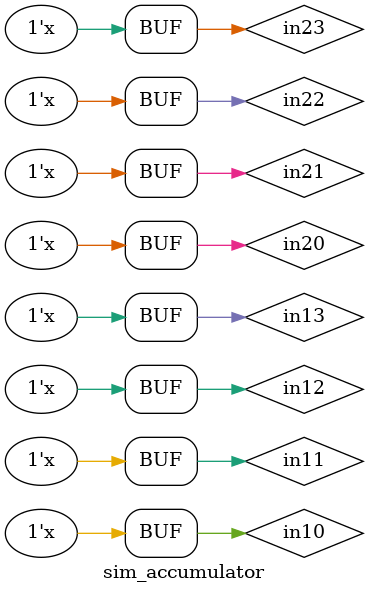
<source format=v>
`timescale 1ns / 1ps


module sim_accumulator();
    reg in10, in11, in12, in13; 
    reg in20, in21, in22, in23; 
    wire out0, out1, out2, out3; 
    wire overflow;
     
    initial begin
        in10 = 1'b0; 
        in11 = 1'b0; 
        in12 = 1'b0; 
        in13 = 1'b0; 
        in20 = 1'b0; 
        in21 = 1'b0; 
        in22 = 1'b0; 
        in23 = 1'b0; 
        #2560;
    end
    
    always #10 in10 = ~in10; 
    always #20 in11 = ~in11; 
    always #40 in12 = ~in12; 
    always #80 in13 = ~in13; 
    always #160 in20 = ~in20; 
    always #320 in21 = ~in21; 
    always #640 in22 = ~in22; 
    always #1280 in23 = ~in23; 
    
    unsigned_int_accumulator uut(
    .in10(in10), 
    .in11(in11), 
    .in12(in12), 
    .in13(in13), 
    .in20(in20), 
    .in21(in21), 
    .in22(in22), 
    .in23(in23), 
    .out0(out0), 
    .out1(out1), 
    .out2(out2), 
    .out3(out3),
    .overflow(overflow)); 
endmodule

</source>
